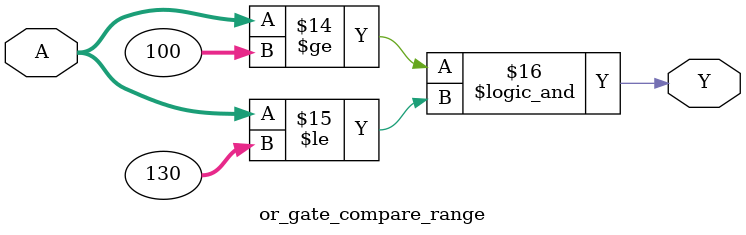
<source format=v>

module or_gate_compare_range
(
  input [7:0] A,
  output Y
);

  reg [7:0] values [3:0];
  reg Y;

  initial begin
    values[0] = 100;
    values[1] = 110;
    values[2] = 120;
    values[3] = 130;
    Y = (A >= 100) && (A <= 130);
  end


endmodule

</source>
